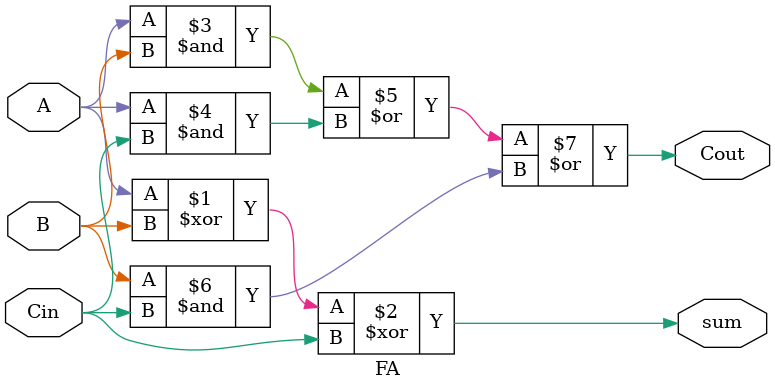
<source format=v>
`timescale 1ps/1ps
module FA (sum, Cout, A, B, Cin);
    input A,B,Cin;
    output sum,Cout;
    wire A,B,Cin;
    wire Cout,sum;
    
    assign sum = A^B^Cin ;
    assign Cout = (A & B)|(A & Cin)|(B & Cin) ;

    /*and g1(o1, nA, B, nCin);
    and g2(o2, A, nB, nCin);
    and g3(o3, nA, nB, Cin);
    and g4(o4, A, B, Cin);

    and g5(o5, nA, B, Cin);
    and g6(o6, A, nB, Cin);
    and g7(o7, A, B, nCin);

    not g8(nA, A);
    not g9(nB, B);
    not g10(nCin, Cin);

    or g11(sum, o1, o2, o3, o4);
    or g12(Cout, o5, o6, o7, o4);*/

endmodule
</source>
